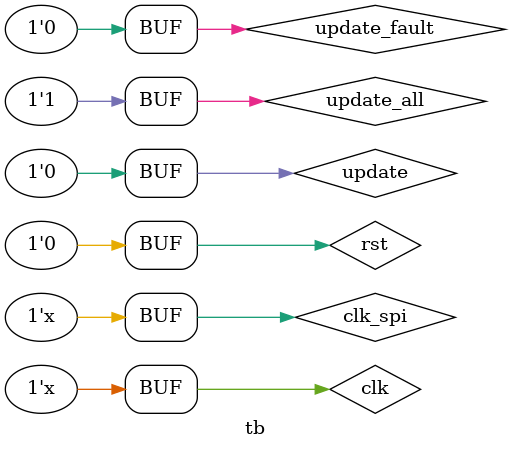
<source format=v>
/* ------------------------------------------------ *
 * Title       : Pmod TC1 Interface simulation      *
 * Project     : Pmod Collection                    *
 * ------------------------------------------------ *
 * File        : sim.v                              *
 * Author      : Yigit Suoglu                       *
 * Last Edit   : 25/04/2021                         *
 * ------------------------------------------------ *
 * Description : Simulation for Pmod TC1 Interface  *
 * ------------------------------------------------ */
`timescale 1ns / 1ps
//`include "Pmods/TC1/Sources/tc1.v"

module tb();
  reg clk, rst, clk_spi;
  wire SCLK, CS;
  reg MISO, update, update_fault, update_all;
  wire [13:0] temperature_termoc;
  wire [11:0] temperature_internal;
  wire [2:0] status;
  wire fault;

  always #5 clk = ~clk; //100MHz
  always #100 clk_spi = ~clk_spi; //5MHz

  always@(negedge SCLK or posedge rst) //MISO: 1010...
    begin
      if(rst)
        begin
          MISO <= 1;
        end
      else
        begin
          MISO <= ~MISO;
        end
    end

  tc1 uut(clk,rst,clk_spi,SCLK,MISO,CS,update,update_fault,update_all,busy,temperature_termoc,temperature_internal,status,fault);

  initial
    begin
      clk = 0;
      rst = 0;
      clk_spi = 0;
      update = 0;
      update_fault = 0;
      update_all = 0;
      #10
      rst = 1;
      #10
      rst = 0;
      #10
      update = 1;
      #10
      update = 0;
      #3100
      update_fault = 1;
      #10
      update_fault = 0;
      #3600
      update_all = 1;
    end
endmodule
</source>
